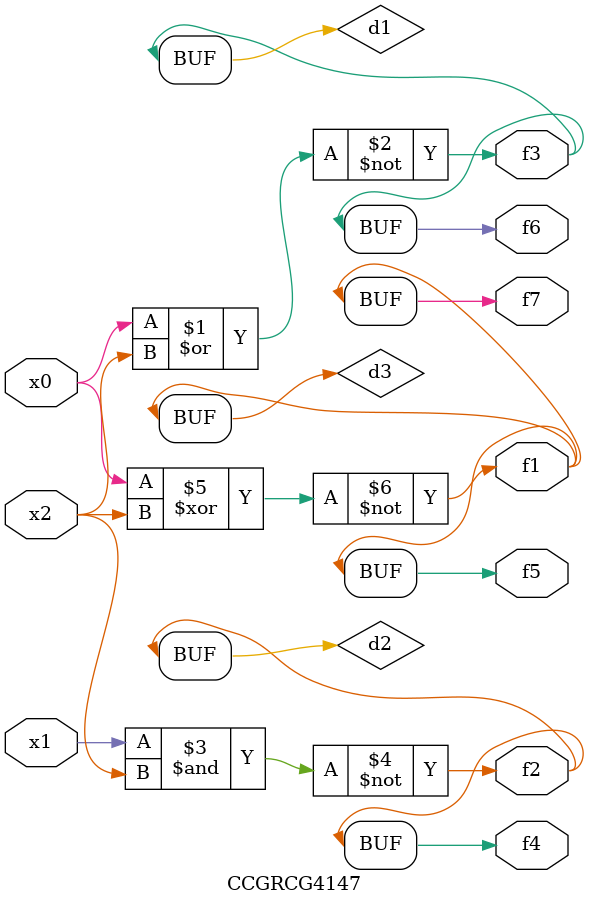
<source format=v>
module CCGRCG4147(
	input x0, x1, x2,
	output f1, f2, f3, f4, f5, f6, f7
);

	wire d1, d2, d3;

	nor (d1, x0, x2);
	nand (d2, x1, x2);
	xnor (d3, x0, x2);
	assign f1 = d3;
	assign f2 = d2;
	assign f3 = d1;
	assign f4 = d2;
	assign f5 = d3;
	assign f6 = d1;
	assign f7 = d3;
endmodule

</source>
